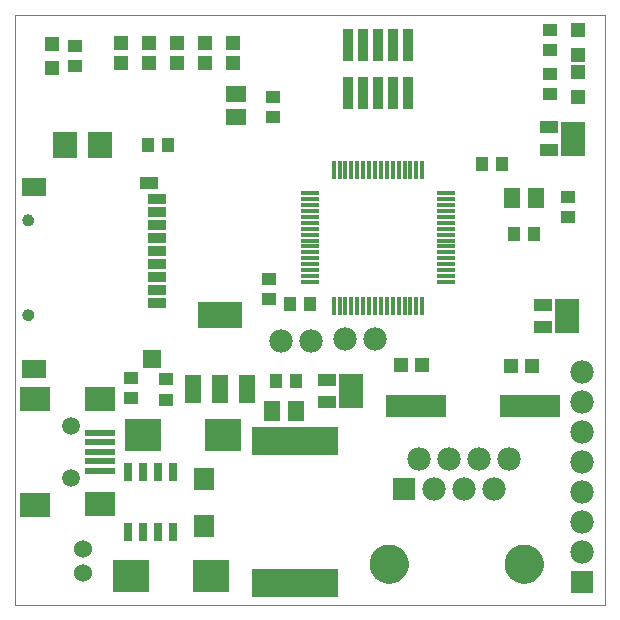
<source format=gts>
G75*
G70*
%OFA0B0*%
%FSLAX24Y24*%
%IPPOS*%
%LPD*%
%AMOC8*
5,1,8,0,0,1.08239X$1,22.5*
%
%ADD10C,0.0000*%
%ADD11R,0.0138X0.0631*%
%ADD12R,0.0631X0.0138*%
%ADD13C,0.0600*%
%ADD14R,0.0465X0.0453*%
%ADD15C,0.0594*%
%ADD16R,0.1024X0.0827*%
%ADD17R,0.1024X0.0237*%
%ADD18R,0.0520X0.0920*%
%ADD19R,0.1457X0.0906*%
%ADD20R,0.0827X0.0906*%
%ADD21R,0.0670X0.0552*%
%ADD22R,0.0552X0.0670*%
%ADD23R,0.0453X0.0465*%
%ADD24R,0.2040X0.0740*%
%ADD25R,0.0434X0.0473*%
%ADD26R,0.0473X0.0434*%
%ADD27R,0.0290X0.0590*%
%ADD28R,0.2914X0.0946*%
%ADD29R,0.0700X0.0740*%
%ADD30R,0.1201X0.1103*%
%ADD31C,0.0780*%
%ADD32R,0.0780X0.0780*%
%ADD33C,0.1300*%
%ADD34R,0.0331X0.1064*%
%ADD35R,0.0847X0.1182*%
%ADD36R,0.0631X0.0434*%
%ADD37R,0.0512X0.0512*%
%ADD38R,0.0640X0.0340*%
%ADD39R,0.0640X0.0440*%
%ADD40R,0.0840X0.0640*%
%ADD41R,0.0640X0.0640*%
%ADD42C,0.0390*%
D10*
X004202Y003014D02*
X004202Y022699D01*
X023887Y022699D01*
X023887Y003014D01*
X004202Y003014D01*
X004460Y012699D02*
X004462Y012725D01*
X004468Y012751D01*
X004477Y012775D01*
X004490Y012798D01*
X004507Y012818D01*
X004526Y012836D01*
X004548Y012851D01*
X004571Y012862D01*
X004596Y012870D01*
X004622Y012874D01*
X004648Y012874D01*
X004674Y012870D01*
X004699Y012862D01*
X004723Y012851D01*
X004744Y012836D01*
X004763Y012818D01*
X004780Y012798D01*
X004793Y012775D01*
X004802Y012751D01*
X004808Y012725D01*
X004810Y012699D01*
X004808Y012673D01*
X004802Y012647D01*
X004793Y012623D01*
X004780Y012600D01*
X004763Y012580D01*
X004744Y012562D01*
X004722Y012547D01*
X004699Y012536D01*
X004674Y012528D01*
X004648Y012524D01*
X004622Y012524D01*
X004596Y012528D01*
X004571Y012536D01*
X004547Y012547D01*
X004526Y012562D01*
X004507Y012580D01*
X004490Y012600D01*
X004477Y012623D01*
X004468Y012647D01*
X004462Y012673D01*
X004460Y012699D01*
X004460Y015849D02*
X004462Y015875D01*
X004468Y015901D01*
X004477Y015925D01*
X004490Y015948D01*
X004507Y015968D01*
X004526Y015986D01*
X004548Y016001D01*
X004571Y016012D01*
X004596Y016020D01*
X004622Y016024D01*
X004648Y016024D01*
X004674Y016020D01*
X004699Y016012D01*
X004723Y016001D01*
X004744Y015986D01*
X004763Y015968D01*
X004780Y015948D01*
X004793Y015925D01*
X004802Y015901D01*
X004808Y015875D01*
X004810Y015849D01*
X004808Y015823D01*
X004802Y015797D01*
X004793Y015773D01*
X004780Y015750D01*
X004763Y015730D01*
X004744Y015712D01*
X004722Y015697D01*
X004699Y015686D01*
X004674Y015678D01*
X004648Y015674D01*
X004622Y015674D01*
X004596Y015678D01*
X004571Y015686D01*
X004547Y015697D01*
X004526Y015712D01*
X004507Y015730D01*
X004490Y015750D01*
X004477Y015773D01*
X004468Y015797D01*
X004462Y015823D01*
X004460Y015849D01*
X016037Y004392D02*
X016039Y004442D01*
X016045Y004492D01*
X016055Y004541D01*
X016069Y004589D01*
X016086Y004636D01*
X016107Y004681D01*
X016132Y004725D01*
X016160Y004766D01*
X016192Y004805D01*
X016226Y004842D01*
X016263Y004876D01*
X016303Y004906D01*
X016345Y004933D01*
X016389Y004957D01*
X016435Y004978D01*
X016482Y004994D01*
X016530Y005007D01*
X016580Y005016D01*
X016629Y005021D01*
X016680Y005022D01*
X016730Y005019D01*
X016779Y005012D01*
X016828Y005001D01*
X016876Y004986D01*
X016922Y004968D01*
X016967Y004946D01*
X017010Y004920D01*
X017051Y004891D01*
X017090Y004859D01*
X017126Y004824D01*
X017158Y004786D01*
X017188Y004746D01*
X017215Y004703D01*
X017238Y004659D01*
X017257Y004613D01*
X017273Y004565D01*
X017285Y004516D01*
X017293Y004467D01*
X017297Y004417D01*
X017297Y004367D01*
X017293Y004317D01*
X017285Y004268D01*
X017273Y004219D01*
X017257Y004171D01*
X017238Y004125D01*
X017215Y004081D01*
X017188Y004038D01*
X017158Y003998D01*
X017126Y003960D01*
X017090Y003925D01*
X017051Y003893D01*
X017010Y003864D01*
X016967Y003838D01*
X016922Y003816D01*
X016876Y003798D01*
X016828Y003783D01*
X016779Y003772D01*
X016730Y003765D01*
X016680Y003762D01*
X016629Y003763D01*
X016580Y003768D01*
X016530Y003777D01*
X016482Y003790D01*
X016435Y003806D01*
X016389Y003827D01*
X016345Y003851D01*
X016303Y003878D01*
X016263Y003908D01*
X016226Y003942D01*
X016192Y003979D01*
X016160Y004018D01*
X016132Y004059D01*
X016107Y004103D01*
X016086Y004148D01*
X016069Y004195D01*
X016055Y004243D01*
X016045Y004292D01*
X016039Y004342D01*
X016037Y004392D01*
X020537Y004392D02*
X020539Y004442D01*
X020545Y004492D01*
X020555Y004541D01*
X020569Y004589D01*
X020586Y004636D01*
X020607Y004681D01*
X020632Y004725D01*
X020660Y004766D01*
X020692Y004805D01*
X020726Y004842D01*
X020763Y004876D01*
X020803Y004906D01*
X020845Y004933D01*
X020889Y004957D01*
X020935Y004978D01*
X020982Y004994D01*
X021030Y005007D01*
X021080Y005016D01*
X021129Y005021D01*
X021180Y005022D01*
X021230Y005019D01*
X021279Y005012D01*
X021328Y005001D01*
X021376Y004986D01*
X021422Y004968D01*
X021467Y004946D01*
X021510Y004920D01*
X021551Y004891D01*
X021590Y004859D01*
X021626Y004824D01*
X021658Y004786D01*
X021688Y004746D01*
X021715Y004703D01*
X021738Y004659D01*
X021757Y004613D01*
X021773Y004565D01*
X021785Y004516D01*
X021793Y004467D01*
X021797Y004417D01*
X021797Y004367D01*
X021793Y004317D01*
X021785Y004268D01*
X021773Y004219D01*
X021757Y004171D01*
X021738Y004125D01*
X021715Y004081D01*
X021688Y004038D01*
X021658Y003998D01*
X021626Y003960D01*
X021590Y003925D01*
X021551Y003893D01*
X021510Y003864D01*
X021467Y003838D01*
X021422Y003816D01*
X021376Y003798D01*
X021328Y003783D01*
X021279Y003772D01*
X021230Y003765D01*
X021180Y003762D01*
X021129Y003763D01*
X021080Y003768D01*
X021030Y003777D01*
X020982Y003790D01*
X020935Y003806D01*
X020889Y003827D01*
X020845Y003851D01*
X020803Y003878D01*
X020763Y003908D01*
X020726Y003942D01*
X020692Y003979D01*
X020660Y004018D01*
X020632Y004059D01*
X020607Y004103D01*
X020586Y004148D01*
X020569Y004195D01*
X020555Y004243D01*
X020545Y004292D01*
X020539Y004342D01*
X020537Y004392D01*
D11*
X017785Y013004D03*
X017588Y013004D03*
X017391Y013004D03*
X017194Y013004D03*
X016997Y013004D03*
X016801Y013004D03*
X016604Y013004D03*
X016407Y013004D03*
X016210Y013004D03*
X016013Y013004D03*
X015816Y013004D03*
X015619Y013004D03*
X015423Y013004D03*
X015226Y013004D03*
X015029Y013004D03*
X014832Y013004D03*
X014832Y017532D03*
X015029Y017532D03*
X015226Y017532D03*
X015423Y017532D03*
X015619Y017532D03*
X015816Y017532D03*
X016013Y017532D03*
X016210Y017532D03*
X016407Y017532D03*
X016604Y017532D03*
X016801Y017532D03*
X016997Y017532D03*
X017194Y017532D03*
X017391Y017532D03*
X017588Y017532D03*
X017785Y017532D03*
D12*
X018572Y016744D03*
X018572Y016547D03*
X018572Y016351D03*
X018572Y016154D03*
X018572Y015957D03*
X018572Y015760D03*
X018572Y015563D03*
X018572Y015366D03*
X018572Y015170D03*
X018572Y014973D03*
X018572Y014776D03*
X018572Y014579D03*
X018572Y014382D03*
X018572Y014185D03*
X018572Y013988D03*
X018572Y013792D03*
X014045Y013792D03*
X014045Y013988D03*
X014045Y014185D03*
X014045Y014382D03*
X014045Y014579D03*
X014045Y014776D03*
X014045Y014973D03*
X014045Y015170D03*
X014045Y015366D03*
X014045Y015563D03*
X014045Y015760D03*
X014045Y015957D03*
X014045Y016154D03*
X014045Y016351D03*
X014045Y016547D03*
X014045Y016744D03*
D13*
X006466Y004884D03*
X006466Y004097D03*
D14*
X007745Y021075D03*
X007745Y021764D03*
X008681Y021764D03*
X008681Y021075D03*
X009616Y021075D03*
X009616Y021764D03*
X010551Y021764D03*
X010551Y021075D03*
X011486Y021075D03*
X011486Y021764D03*
D15*
X006072Y008998D03*
X006072Y007266D03*
D16*
X007057Y006400D03*
X004891Y006360D03*
X004891Y009904D03*
X007057Y009904D03*
D17*
X007057Y008762D03*
X007057Y008447D03*
X007057Y008132D03*
X007057Y007817D03*
X007057Y007502D03*
D18*
X010129Y010238D03*
X011039Y010238D03*
X011949Y010238D03*
D19*
X011039Y012678D03*
D20*
X007057Y018368D03*
X005875Y018368D03*
D21*
X011566Y019272D03*
X011566Y020059D03*
D22*
X020787Y016597D03*
X021574Y016597D03*
X013569Y009495D03*
X012781Y009495D03*
D23*
X017088Y011028D03*
X017777Y011028D03*
X020738Y010986D03*
X021427Y010986D03*
D24*
X021391Y009658D03*
X017591Y009658D03*
D25*
X014052Y013042D03*
X013383Y013042D03*
X013592Y010494D03*
X012923Y010494D03*
X019763Y017729D03*
X020432Y017729D03*
X020844Y015382D03*
X021513Y015382D03*
X009310Y018368D03*
X008641Y018368D03*
D26*
X006220Y020986D03*
X006220Y021656D03*
X012793Y019955D03*
X012793Y019286D03*
X012667Y013880D03*
X012667Y013211D03*
X009233Y010540D03*
X009233Y009870D03*
X008060Y009918D03*
X008060Y010587D03*
X022052Y020039D03*
X022052Y020709D03*
X022052Y021509D03*
X022052Y022179D03*
X022657Y016636D03*
X022657Y015967D03*
D27*
X009480Y007469D03*
X008980Y007469D03*
X008480Y007469D03*
X007980Y007469D03*
X007980Y005449D03*
X008480Y005449D03*
X008980Y005449D03*
X009480Y005449D03*
D28*
X013553Y003752D03*
X013553Y008477D03*
D29*
X010501Y007209D03*
X010501Y005659D03*
D30*
X010747Y003998D03*
X008090Y003998D03*
X008484Y008673D03*
X011141Y008673D03*
D31*
X013062Y011831D03*
X014062Y011831D03*
X015210Y011872D03*
X016210Y011872D03*
X017667Y007892D03*
X018667Y007892D03*
X019667Y007892D03*
X020667Y007892D03*
X020167Y006892D03*
X019167Y006892D03*
X018167Y006892D03*
X023100Y006801D03*
X023100Y005801D03*
X023100Y004801D03*
X023100Y007801D03*
X023100Y008801D03*
X023100Y009801D03*
X023100Y010801D03*
D32*
X017167Y006892D03*
X023100Y003801D03*
D33*
X021167Y004392D03*
X016667Y004392D03*
D34*
X016809Y020104D03*
X017309Y020104D03*
X016309Y020104D03*
X015809Y020104D03*
X015309Y020104D03*
X015309Y021679D03*
X015809Y021679D03*
X016309Y021679D03*
X016809Y021679D03*
X017309Y021679D03*
D35*
X022805Y018565D03*
X022608Y012660D03*
X015423Y010150D03*
D36*
X014625Y010524D03*
X014625Y009776D03*
X021810Y012286D03*
X021810Y013034D03*
X022007Y018191D03*
X022007Y018939D03*
D37*
X022962Y019961D03*
X022962Y020787D03*
X022962Y021361D03*
X022962Y022187D03*
X005432Y021734D03*
X005432Y020908D03*
D38*
X008927Y016557D03*
X008927Y016124D03*
X008927Y015691D03*
X008927Y015258D03*
X008927Y014825D03*
X008927Y014392D03*
X008927Y013959D03*
X008927Y013526D03*
X008927Y013093D03*
D39*
X008690Y017087D03*
D40*
X004843Y016951D03*
X004843Y010888D03*
D41*
X008772Y011210D03*
D42*
X004635Y012699D03*
X004635Y015849D03*
M02*

</source>
